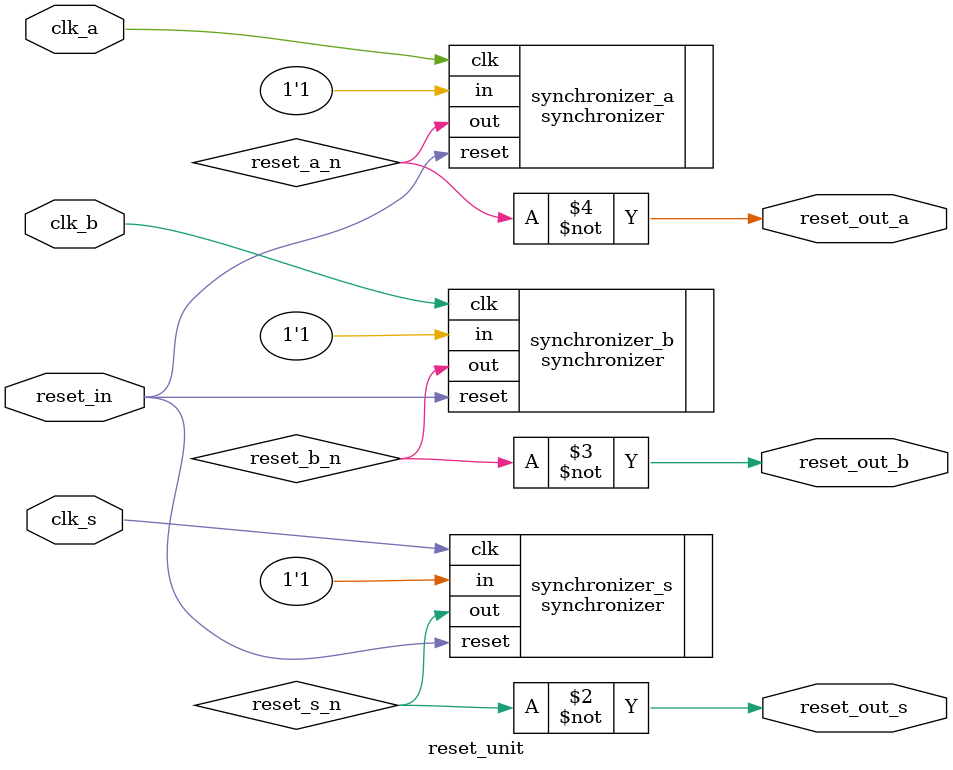
<source format=sv>
/* Reset unit */

module reset_unit
  (input  wire  clk_s,        // sampling clock
   input  wire  clk_b,        // base-band clock
   input  wire  clk_a,        // audio clock
   input  wire  reset_in,     // external reset
   output logic reset_out_s,  // reset sampling clock domain
   output logic reset_out_b,  // reset base-band clock domain
   output logic reset_out_a); // audio clock domain

   wire reset_s_n, reset_b, reset_a_n;

   synchronizer synchronizer_s
     (.reset(reset_in),
      .clk  (clk_s),
      .in   (1'b1),
      .out  (reset_s_n));

   synchronizer synchronizer_b
     (.reset(reset_in),
      .clk  (clk_b),
      .in   (1'b1),
      .out  (reset_b_n));

   synchronizer synchronizer_a
     (.reset(reset_in),
      .clk  (clk_a),
      .in   (1'b1),
      .out  (reset_a_n));

   always_comb
     begin
        reset_out_s = ~reset_s_n;
        reset_out_b = ~reset_b_n;
        reset_out_a = ~reset_a_n;
     end
endmodule

</source>
